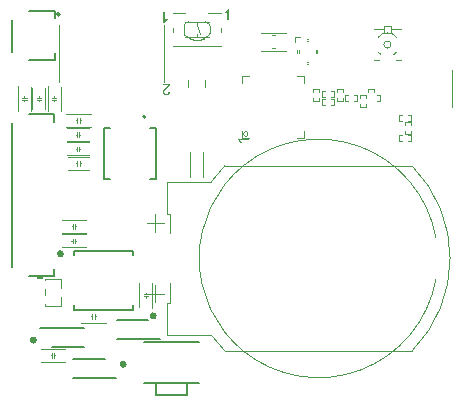
<source format=gto>
G04*
G04 #@! TF.GenerationSoftware,Altium Limited,Altium Designer,23.6.0 (18)*
G04*
G04 Layer_Color=65535*
%FSLAX43Y43*%
%MOMM*%
G71*
G04*
G04 #@! TF.SameCoordinates,17FE0B56-B4FD-4FE6-8C66-39BC20258D9D*
G04*
G04*
G04 #@! TF.FilePolarity,Positive*
G04*
G01*
G75*
%ADD10C,0.120*%
%ADD11C,0.152*%
%ADD12C,0.200*%
%ADD13C,0.254*%
%ADD14C,0.100*%
%ADD15C,0.080*%
%ADD16R,0.500X0.175*%
G36*
X18325Y30620D02*
X18207D01*
Y31370D01*
X18205Y31369D01*
X18198Y31363D01*
X18190Y31355D01*
X18176Y31345D01*
X18161Y31333D01*
X18142Y31319D01*
X18119Y31304D01*
X18094Y31288D01*
X18093D01*
X18092Y31287D01*
X18083Y31282D01*
X18069Y31275D01*
X18053Y31266D01*
X18033Y31257D01*
X18013Y31247D01*
X17992Y31237D01*
X17971Y31229D01*
Y31343D01*
X17972D01*
X17975Y31345D01*
X17981Y31347D01*
X17988Y31351D01*
X17996Y31355D01*
X18006Y31361D01*
X18029Y31374D01*
X18057Y31390D01*
X18085Y31409D01*
X18114Y31431D01*
X18143Y31455D01*
X18144Y31456D01*
X18146Y31458D01*
X18150Y31462D01*
X18155Y31466D01*
X18168Y31480D01*
X18185Y31496D01*
X18201Y31516D01*
X18219Y31538D01*
X18235Y31560D01*
X18248Y31584D01*
X18325D01*
Y30620D01*
D02*
G37*
G36*
X20058Y20467D02*
X19308D01*
X19309Y20465D01*
X19315Y20458D01*
X19323Y20450D01*
X19333Y20436D01*
X19345Y20421D01*
X19359Y20402D01*
X19374Y20379D01*
X19389Y20354D01*
Y20353D01*
X19391Y20352D01*
X19396Y20343D01*
X19403Y20329D01*
X19412Y20313D01*
X19421Y20293D01*
X19431Y20273D01*
X19441Y20252D01*
X19449Y20231D01*
X19335D01*
Y20232D01*
X19333Y20235D01*
X19331Y20241D01*
X19327Y20248D01*
X19323Y20256D01*
X19317Y20266D01*
X19303Y20289D01*
X19288Y20317D01*
X19269Y20345D01*
X19247Y20374D01*
X19223Y20403D01*
X19222Y20404D01*
X19220Y20406D01*
X19216Y20410D01*
X19212Y20415D01*
X19198Y20428D01*
X19181Y20445D01*
X19162Y20461D01*
X19140Y20479D01*
X19118Y20494D01*
X19094Y20508D01*
Y20585D01*
X20058D01*
Y20467D01*
D02*
G37*
G36*
X13356Y25262D02*
Y25256D01*
Y25248D01*
X13354Y25237D01*
X13353Y25224D01*
X13350Y25210D01*
X13347Y25196D01*
X13342Y25181D01*
Y25180D01*
X13340Y25178D01*
X13338Y25170D01*
X13332Y25158D01*
X13324Y25141D01*
X13313Y25122D01*
X13299Y25099D01*
X13283Y25077D01*
X13264Y25054D01*
Y25052D01*
X13261Y25051D01*
X13254Y25042D01*
X13242Y25030D01*
X13224Y25012D01*
X13203Y24991D01*
X13177Y24966D01*
X13145Y24938D01*
X13110Y24909D01*
X13109Y24908D01*
X13103Y24904D01*
X13095Y24897D01*
X13085Y24889D01*
X13073Y24877D01*
X13057Y24865D01*
X13042Y24851D01*
X13024Y24836D01*
X12989Y24803D01*
X12955Y24769D01*
X12938Y24753D01*
X12923Y24736D01*
X12909Y24721D01*
X12898Y24705D01*
Y24704D01*
X12895Y24703D01*
X12892Y24699D01*
X12890Y24693D01*
X12880Y24678D01*
X12869Y24660D01*
X12859Y24638D01*
X12849Y24614D01*
X12844Y24588D01*
X12841Y24563D01*
Y24561D01*
Y24560D01*
X12842Y24552D01*
X12844Y24538D01*
X12848Y24522D01*
X12854Y24503D01*
X12863Y24484D01*
X12876Y24464D01*
X12892Y24445D01*
X12895Y24442D01*
X12902Y24436D01*
X12912Y24430D01*
X12927Y24420D01*
X12946Y24411D01*
X12969Y24403D01*
X12995Y24398D01*
X13024Y24396D01*
X13032D01*
X13038Y24398D01*
X13055Y24399D01*
X13074Y24403D01*
X13095Y24409D01*
X13118Y24418D01*
X13141Y24431D01*
X13161Y24448D01*
X13164Y24450D01*
X13170Y24457D01*
X13178Y24468D01*
X13186Y24485D01*
X13196Y24504D01*
X13204Y24529D01*
X13210Y24557D01*
X13213Y24589D01*
X13333Y24577D01*
Y24575D01*
X13332Y24571D01*
Y24564D01*
X13331Y24554D01*
X13328Y24543D01*
X13325Y24531D01*
X13321Y24515D01*
X13317Y24500D01*
X13306Y24467D01*
X13289Y24434D01*
X13279Y24417D01*
X13267Y24400D01*
X13254Y24385D01*
X13241Y24371D01*
X13239Y24370D01*
X13236Y24368D01*
X13232Y24364D01*
X13225Y24360D01*
X13217Y24355D01*
X13207Y24349D01*
X13196Y24342D01*
X13182Y24335D01*
X13167Y24328D01*
X13150Y24321D01*
X13132Y24316D01*
X13113Y24310D01*
X13092Y24306D01*
X13070Y24302D01*
X13046Y24301D01*
X13021Y24299D01*
X13008D01*
X12998Y24301D01*
X12987Y24302D01*
X12973Y24303D01*
X12958Y24306D01*
X12942Y24309D01*
X12906Y24319D01*
X12870Y24332D01*
X12852Y24341D01*
X12834Y24350D01*
X12818Y24363D01*
X12802Y24377D01*
X12801Y24378D01*
X12798Y24380D01*
X12795Y24385D01*
X12790Y24391D01*
X12783Y24398D01*
X12776Y24407D01*
X12769Y24417D01*
X12761Y24430D01*
X12747Y24456D01*
X12733Y24489D01*
X12727Y24506D01*
X12725Y24525D01*
X12722Y24545D01*
X12720Y24565D01*
Y24568D01*
Y24575D01*
X12722Y24586D01*
X12723Y24601D01*
X12726Y24618D01*
X12732Y24638D01*
X12737Y24658D01*
X12745Y24679D01*
X12747Y24682D01*
X12750Y24689D01*
X12755Y24700D01*
X12763Y24715D01*
X12775Y24732D01*
X12788Y24753D01*
X12805Y24773D01*
X12824Y24797D01*
X12827Y24800D01*
X12834Y24808D01*
X12841Y24815D01*
X12848Y24822D01*
X12856Y24830D01*
X12867Y24841D01*
X12879Y24853D01*
X12892Y24865D01*
X12906Y24879D01*
X12923Y24894D01*
X12941Y24909D01*
X12960Y24927D01*
X12983Y24945D01*
X13005Y24965D01*
X13006Y24966D01*
X13009Y24969D01*
X13014Y24973D01*
X13021Y24979D01*
X13030Y24987D01*
X13039Y24995D01*
X13062Y25013D01*
X13085Y25034D01*
X13107Y25055D01*
X13127Y25073D01*
X13135Y25080D01*
X13142Y25087D01*
X13143Y25088D01*
X13148Y25092D01*
X13153Y25098D01*
X13160Y25106D01*
X13167Y25116D01*
X13175Y25126D01*
X13192Y25149D01*
X12719D01*
Y25263D01*
X13356D01*
Y25262D01*
D02*
G37*
G36*
X12896Y30613D02*
X12898Y30614D01*
X12905Y30620D01*
X12913Y30628D01*
X12927Y30638D01*
X12942Y30650D01*
X12961Y30664D01*
X12984Y30679D01*
X13009Y30695D01*
X13010D01*
X13011Y30696D01*
X13020Y30701D01*
X13034Y30708D01*
X13050Y30717D01*
X13070Y30726D01*
X13090Y30736D01*
X13111Y30746D01*
X13132Y30754D01*
Y30640D01*
X13131D01*
X13128Y30638D01*
X13122Y30636D01*
X13115Y30632D01*
X13107Y30628D01*
X13097Y30622D01*
X13074Y30609D01*
X13046Y30593D01*
X13018Y30574D01*
X12989Y30552D01*
X12960Y30528D01*
X12959Y30527D01*
X12957Y30525D01*
X12953Y30521D01*
X12948Y30517D01*
X12935Y30503D01*
X12918Y30487D01*
X12902Y30467D01*
X12884Y30445D01*
X12868Y30423D01*
X12855Y30399D01*
X12778D01*
Y31363D01*
X12896D01*
Y30613D01*
D02*
G37*
D10*
X14900Y30536D02*
G03*
X14596Y30320I480J-1000D01*
G01*
X14596Y30320D02*
G03*
X14521Y30139I181J-181D01*
G01*
X16646Y29370D02*
G03*
X16721Y29551I-181J181D01*
G01*
X16196Y29097D02*
G03*
X16646Y29370I-334J1058D01*
G01*
X16721Y30139D02*
G03*
X16646Y30320I-256J0D01*
G01*
X16646Y30320D02*
G03*
X16342Y30536I-785J-785D01*
G01*
X14521Y29551D02*
G03*
X14596Y29370I256J0D01*
G01*
X14596Y29370D02*
G03*
X15046Y29097I785J785D01*
G01*
X14646Y30470D02*
G03*
X14646Y30470I-25J0D01*
G01*
Y29220D02*
G03*
X14646Y29220I-25J0D01*
G01*
X16646D02*
G03*
X16646Y29220I-25J0D01*
G01*
Y30470D02*
G03*
X16646Y30470I-25J0D01*
G01*
X15646Y30220D02*
G03*
X15646Y30220I-25J0D01*
G01*
Y29470D02*
G03*
X15646Y29470I-25J0D01*
G01*
X19958Y21006D02*
G03*
X19958Y21006I-200J0D01*
G01*
X32050Y28575D02*
G03*
X32050Y28575I-300J0D01*
G01*
X32305Y27743D02*
G03*
X32528Y27947I-555J832D01*
G01*
X30972D02*
G03*
X31195Y27743I778J628D01*
G01*
X32528Y29203D02*
G03*
X30972Y29203I-778J-628D01*
G01*
X33827Y2629D02*
G03*
X33827Y18329I-7918J7850D01*
G01*
X35854Y12239D02*
G03*
X19555Y18330I-9946J-1760D01*
G01*
X19557Y18329D02*
G03*
X19555Y2631I6355J-7850D01*
G01*
X17993Y18328D02*
G03*
X16852Y16979I7918J-7850D01*
G01*
X16851Y3978D02*
G03*
X17991Y2629I9058J6501D01*
G01*
X19554Y2629D02*
G03*
X35854Y8719I6355J7850D01*
G01*
X13571Y31270D02*
X14646D01*
X13571Y29670D02*
Y30020D01*
Y28420D02*
X17671D01*
Y29670D02*
Y30020D01*
X16596Y31270D02*
X17671D01*
X14521Y29845D02*
Y30139D01*
X15621Y28995D02*
X15696D01*
X16196Y29095D01*
X16721Y29551D02*
Y29845D01*
Y30139D01*
X15546Y28995D02*
X15621D01*
X15046Y29095D02*
X15546Y28995D01*
X14521Y29551D02*
Y29845D01*
X14621Y30470D02*
X16621D01*
X15621Y30220D02*
Y30470D01*
X14621Y29220D02*
X16621D01*
X15621D02*
Y29470D01*
Y30220D02*
X15871Y29470D01*
X2761Y7339D02*
Y7889D01*
Y6464D02*
Y6589D01*
Y6464D02*
X4111D01*
Y7239D01*
Y7989D02*
Y8764D01*
X2761D02*
X4111D01*
X2761Y8639D02*
Y8764D01*
X16346Y24948D02*
X16346Y25598D01*
X14896Y25598D02*
X14896Y24948D01*
X19433Y20681D02*
Y21256D01*
Y20681D02*
X20008Y20681D01*
X24108D02*
X24683D01*
X24683Y21256D01*
X24683Y25356D02*
Y25931D01*
X24108D02*
X24683D01*
X19433Y25356D02*
Y25931D01*
X20008Y25931D01*
X23937Y29209D02*
X23937Y28809D01*
X23937Y29209D02*
X24337Y29209D01*
X24937Y28884D02*
X24987D01*
X24937Y29034D02*
X24987D01*
X24262Y28109D02*
X24262Y27859D01*
X24112Y27859D02*
Y28109D01*
X24937Y27084D02*
X24987Y27084D01*
X24937Y26934D02*
X24987Y26934D01*
X25662Y28109D02*
X25662Y27859D01*
X25812Y28109D02*
X25812Y27859D01*
X21036Y28079D02*
X23136D01*
X21036Y29579D02*
X23136Y29579D01*
X21961Y28279D02*
X22211Y28279D01*
X21961Y29379D02*
X22211Y29379D01*
X3937Y25423D02*
Y30203D01*
X12827Y25423D02*
Y30203D01*
X32050Y29525D02*
Y30125D01*
X31450D02*
X32050D01*
X31450Y29525D02*
Y30125D01*
X32500Y27275D02*
X32875D01*
X30625D02*
X31000D01*
X30625Y29875D02*
X31450D01*
X32050D02*
X32875D01*
X17994Y18329D02*
X33827Y18329D01*
X17994Y2629D02*
X33827Y2629D01*
X13059Y16979D02*
X16852D01*
X13059Y3979D02*
X16852D01*
X12112Y12704D02*
Y14204D01*
X13059Y14229D02*
Y16979D01*
X13309Y12604D02*
Y14229D01*
X13059Y3979D02*
Y6729D01*
X13309D02*
Y8354D01*
X11362Y13454D02*
X12862D01*
X13059Y14229D02*
X13309D01*
X13059Y6729D02*
X13309D01*
X12112Y6754D02*
Y8254D01*
X11362Y7504D02*
X12862D01*
X37250Y26441D02*
X37257Y23330D01*
D11*
X11262Y22454D02*
G03*
X11262Y22454I-102J0D01*
G01*
X7788Y21527D02*
X8275D01*
X11645D02*
X12132D01*
Y17183D02*
Y21527D01*
X7788Y17183D02*
X8275D01*
X7788D02*
Y21527D01*
X11645Y17183D02*
X12132D01*
X3562Y8990D02*
Y9620D01*
X1389Y8990D02*
X3562D01*
X-38Y9733D02*
Y21947D01*
X1389Y22690D02*
X3562D01*
Y22060D02*
Y22690D01*
X3578Y30807D02*
Y31437D01*
X1405D02*
X3578D01*
X-22Y27980D02*
Y30694D01*
X1405Y27237D02*
X3578D01*
Y27867D01*
D12*
X4030Y31165D02*
G03*
X4030Y31165I-130J0D01*
G01*
X5247Y6136D02*
Y6536D01*
Y10736D02*
Y11136D01*
X10247Y6136D02*
Y6536D01*
Y10736D02*
Y11136D01*
X5247Y6136D02*
X10247D01*
X5247Y11136D02*
X10247D01*
X2374Y4591D02*
X6044D01*
X3354Y2991D02*
X6044D01*
X11112Y-99D02*
X15812D01*
X11112Y3401D02*
X15812D01*
X14762Y-1099D02*
Y-99D01*
X12162Y-1099D02*
X14762D01*
X12162D02*
Y-99D01*
X5132Y1924D02*
X7822D01*
X5132Y324D02*
X8802D01*
X8815Y5245D02*
X11505D01*
X8815Y3645D02*
X12485D01*
D13*
X4244Y10869D02*
G03*
X4244Y10869I-180J0D01*
G01*
X1958Y3556D02*
G03*
X1958Y3556I-180J0D01*
G01*
X12096Y5619D02*
G03*
X12096Y5619I-180J0D01*
G01*
X9556Y1513D02*
G03*
X9556Y1513I-180J0D01*
G01*
D14*
X31106Y23809D02*
X31106Y24317D01*
X30852D02*
X31106D01*
X30852Y23809D02*
X31106D01*
X30104Y24796D02*
X30612Y24796D01*
X30104Y24542D02*
Y24796D01*
X30612Y24542D02*
Y24796D01*
X15025Y17400D02*
Y19500D01*
X16175Y17400D02*
Y19500D01*
X1700Y23100D02*
Y24900D01*
X2800Y23100D02*
Y24900D01*
X1550Y22975D02*
Y25025D01*
X450Y22975D02*
Y25050D01*
X33772Y21030D02*
Y21284D01*
X33264Y21030D02*
X33772D01*
X33264D02*
Y21284D01*
X33772Y21792D02*
Y22046D01*
X33264Y21792D02*
Y22046D01*
X33772D01*
X26182Y24173D02*
Y24681D01*
Y24173D02*
X26436D01*
X26182Y24681D02*
X26436D01*
X26944Y24173D02*
X27198D01*
Y24681D01*
X26944D02*
X27198D01*
X32748Y22146D02*
Y22654D01*
Y22146D02*
X33002D01*
X32748Y22654D02*
X33002D01*
X33510Y22146D02*
X33764D01*
Y22654D01*
X33510D02*
X33764D01*
X32748Y20422D02*
Y20930D01*
Y20422D02*
X33002D01*
X32748Y20930D02*
X33002D01*
X33510Y20422D02*
X33764D01*
Y20930D01*
X33510D02*
X33764D01*
X26945Y23956D02*
X27199D01*
Y23448D02*
Y23956D01*
X26945Y23448D02*
X27199D01*
X26183Y23956D02*
X26437D01*
X26183Y23448D02*
X26437D01*
X26183D02*
Y23956D01*
X5833Y6138D02*
X7883D01*
X5808Y5038D02*
X7883D01*
X4167Y12508D02*
X6242D01*
X4167Y11408D02*
X6217D01*
X4182Y13758D02*
X6257D01*
X4182Y12658D02*
X6232D01*
X2404Y1717D02*
X4454D01*
X2404Y2817D02*
X4479D01*
X11853Y6316D02*
Y8391D01*
X10753Y6341D02*
Y8391D01*
X4688Y19092D02*
X6488D01*
X4688Y17992D02*
X6488D01*
X4645Y20296D02*
X6445D01*
X4645Y19196D02*
X6445D01*
X4651Y21501D02*
X6451D01*
X4651Y20401D02*
X6451D01*
X4577Y22716D02*
X6652D01*
X4577Y21616D02*
X6627D01*
X4072Y22975D02*
Y25025D01*
X2972Y22975D02*
Y25050D01*
X28181Y23802D02*
Y24310D01*
Y23802D02*
X28435D01*
X28181Y24310D02*
X28435D01*
X28943Y23802D02*
X29197D01*
Y24310D01*
X28943D02*
X29197D01*
X29417Y24055D02*
Y24309D01*
X29925D01*
Y24055D02*
Y24309D01*
X29417Y23293D02*
Y23547D01*
X29925Y23293D02*
Y23547D01*
X29417Y23293D02*
X29925D01*
X27443Y24825D02*
X27951D01*
X27443Y24571D02*
Y24825D01*
X27951Y24571D02*
Y24825D01*
X27443Y23809D02*
Y24063D01*
Y23809D02*
X27951D01*
Y24063D01*
X25434Y24825D02*
X25942D01*
X25434Y24571D02*
Y24825D01*
X25942Y24571D02*
Y24825D01*
X25434Y23809D02*
Y24063D01*
Y23809D02*
X25942D01*
Y24063D01*
D15*
X2250Y24100D02*
Y24200D01*
Y23800D02*
Y23900D01*
X2050D02*
X2450D01*
X2050Y24100D02*
X2450D01*
X800D02*
X1200D01*
X800Y23900D02*
X1200D01*
X1000Y23800D02*
Y23900D01*
Y24100D02*
Y24200D01*
X6758Y5388D02*
Y5788D01*
X6958Y5388D02*
Y5788D01*
Y5588D02*
X7058D01*
X6658D02*
X6758D01*
X5292Y11958D02*
X5392D01*
X4992D02*
X5092D01*
Y11758D02*
Y12158D01*
X5292Y11758D02*
Y12158D01*
X5307Y13208D02*
X5407D01*
X5007D02*
X5107D01*
Y13008D02*
Y13408D01*
X5307Y13008D02*
Y13408D01*
X3529Y2067D02*
Y2467D01*
X3329Y2067D02*
Y2467D01*
X3229Y2267D02*
X3329D01*
X3529D02*
X3629D01*
X11303Y7166D02*
Y7266D01*
Y7466D02*
Y7566D01*
X11103Y7466D02*
X11503D01*
X11103Y7266D02*
X11503D01*
X5688Y18542D02*
X5788D01*
X5388D02*
X5488D01*
Y18342D02*
Y18742D01*
X5688Y18342D02*
Y18742D01*
X5645Y19746D02*
X5745D01*
X5345D02*
X5445D01*
Y19546D02*
Y19946D01*
X5645Y19546D02*
Y19946D01*
X5651Y20951D02*
X5751D01*
X5351D02*
X5451D01*
Y20751D02*
Y21151D01*
X5651Y20751D02*
Y21151D01*
X5702Y22166D02*
X5802D01*
X5402D02*
X5502D01*
Y21966D02*
Y22366D01*
X5702Y21966D02*
Y22366D01*
X3322Y24100D02*
X3722D01*
X3322Y23900D02*
X3722D01*
X3522Y23800D02*
Y23900D01*
Y24100D02*
Y24200D01*
D16*
X2361Y8777D02*
D03*
M02*

</source>
